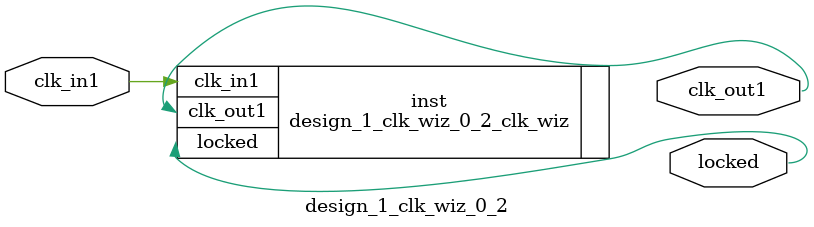
<source format=v>


`timescale 1ps/1ps

(* CORE_GENERATION_INFO = "design_1_clk_wiz_0_2,clk_wiz_v6_0_5_0_0,{component_name=design_1_clk_wiz_0_2,use_phase_alignment=true,use_min_o_jitter=false,use_max_i_jitter=false,use_dyn_phase_shift=false,use_inclk_switchover=false,use_dyn_reconfig=false,enable_axi=0,feedback_source=FDBK_AUTO,PRIMITIVE=MMCM,num_out_clk=1,clkin1_period=10.000,clkin2_period=10.000,use_power_down=false,use_reset=false,use_locked=true,use_inclk_stopped=false,feedback_type=SINGLE,CLOCK_MGR_TYPE=NA,manual_override=false}" *)

module design_1_clk_wiz_0_2 
 (
  // Clock out ports
  output        clk_out1,
  // Status and control signals
  output        locked,
 // Clock in ports
  input         clk_in1
 );

  design_1_clk_wiz_0_2_clk_wiz inst
  (
  // Clock out ports  
  .clk_out1(clk_out1),
  // Status and control signals               
  .locked(locked),
 // Clock in ports
  .clk_in1(clk_in1)
  );

endmodule

</source>
